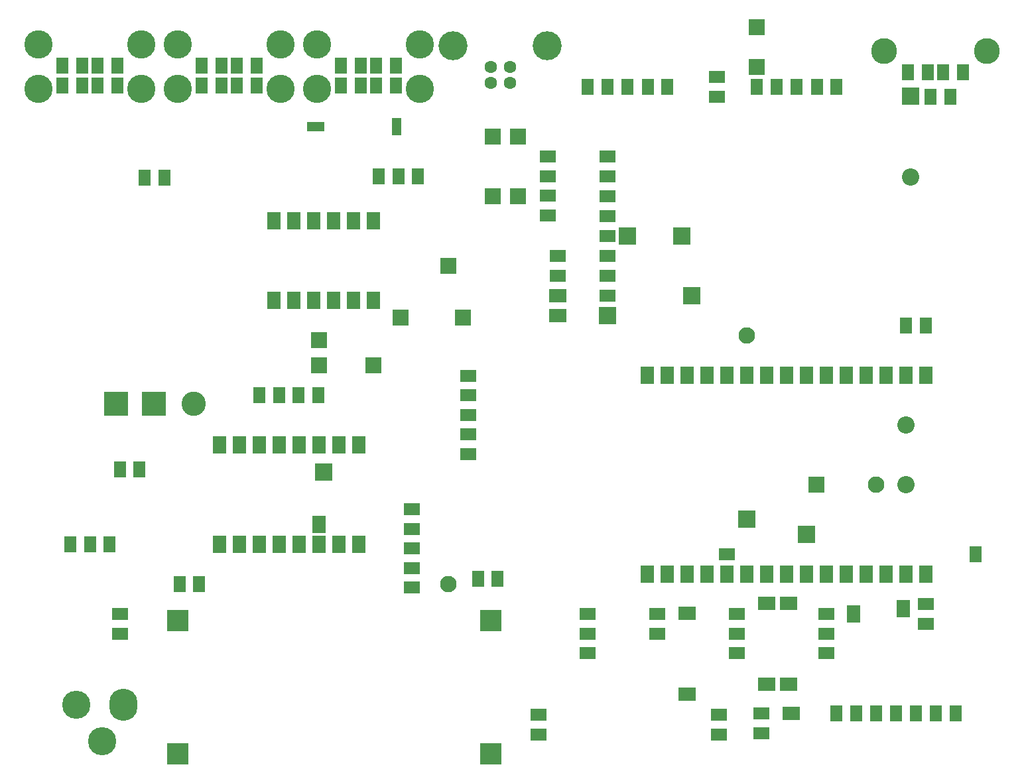
<source format=gbs>
G04 Layer: BottomSolderMaskLayer*
G04 EasyEDA v6.5.47, 2024-11-16 13:31:00*
G04 4b74037932bb4b1ca174142373b6d15f,245894e16db242c49054a459ccc28e09,10*
G04 Gerber Generator version 0.2*
G04 Scale: 100 percent, Rotated: No, Reflected: No *
G04 Dimensions in millimeters *
G04 leading zeros omitted , absolute positions ,4 integer and 5 decimal *
%FSLAX45Y45*%
%MOMM*%

%AMMACRO1*4,1,8,-0.7707,-1.05,-0.8,-1.0207,-0.8,1.0207,-0.7707,1.05,0.7707,1.05,0.8,1.0207,0.8,-1.0207,0.7707,-1.05,-0.7707,-1.05,0*%
%AMMACRO2*4,1,8,-1.5211,-1.5508,-1.5508,-1.521,-1.5508,1.5211,-1.5211,1.5508,1.521,1.5508,1.5508,1.5211,1.5508,-1.521,1.521,-1.5508,-1.5211,-1.5508,0*%
%AMMACRO3*4,1,8,-0.7711,-1.0508,-0.8008,-1.021,-0.8008,1.0211,-0.7711,1.0508,0.771,1.0508,0.8008,1.0211,0.8008,-1.021,0.771,-1.0508,-0.7711,-1.0508,0*%
%AMMACRO4*4,1,8,-1.0207,-0.8,-1.05,-0.7707,-1.05,0.7707,-1.0207,0.8,1.0207,0.8,1.05,0.7707,1.05,-0.7707,1.0207,-0.8,-1.0207,-0.8,0*%
%AMMACRO5*4,1,8,-1.0421,-0.8516,-1.1016,-0.7921,-1.1016,0.7921,-1.0421,0.8516,1.0421,0.8516,1.1016,0.7921,1.1016,-0.7921,1.0421,-0.8516,-1.0421,-0.8516,0*%
%AMMACRO6*4,1,8,-1.0421,-1.1016,-1.1016,-1.0421,-1.1016,1.0421,-1.0421,1.1016,1.0421,1.1016,1.1016,1.0421,1.1016,-1.0421,1.0421,-1.1016,-1.0421,-1.1016,0*%
%AMMACRO7*4,1,8,-1.0421,-0.6016,-1.1016,-0.5421,-1.1016,0.5421,-1.0421,0.6016,1.0421,0.6016,1.1016,0.5421,1.1016,-0.5421,1.0421,-0.6016,-1.0421,-0.6016,0*%
%AMMACRO8*4,1,8,-0.5421,-1.1016,-0.6016,-1.0421,-0.6016,1.0421,-0.5421,1.1016,0.5421,1.1016,0.6016,1.0421,0.6016,-1.0421,0.5421,-1.1016,-0.5421,-1.1016,0*%
%AMMACRO9*4,1,8,-0.7921,-1.1016,-0.8516,-1.0421,-0.8516,1.0421,-0.7921,1.1016,0.7921,1.1016,0.8516,1.0421,0.8516,-1.0421,0.7921,-1.1016,-0.7921,-1.1016,0*%
%AMMACRO10*4,1,8,-1.0211,-0.8008,-1.0508,-0.771,-1.0508,0.7711,-1.0211,0.8008,1.021,0.8008,1.0508,0.7711,1.0508,-0.771,1.021,-0.8008,-1.0211,-0.8008,0*%
%AMMACRO11*4,1,8,-0.771,-1.0508,-0.8008,-1.021,-0.8008,1.0211,-0.771,1.0508,0.771,1.0508,0.8008,1.0211,0.8008,-1.021,0.771,-1.0508,-0.771,-1.0508,0*%
%AMMACRO12*4,1,8,-1.0211,-1.0508,-1.0508,-1.021,-1.0508,1.0211,-1.0211,1.0508,1.021,1.0508,1.0508,1.0211,1.0508,-1.021,1.021,-1.0508,-1.0211,-1.0508,0*%
%AMMACRO13*4,1,8,-1.0207,-1.05,-1.05,-1.0207,-1.05,1.0207,-1.0207,1.05,1.0207,1.05,1.05,1.0207,1.05,-1.0207,1.0207,-1.05,-1.0207,-1.05,0*%
%AMMACRO14*4,1,8,-1.3121,-1.3716,-1.3716,-1.3121,-1.3716,1.3121,-1.3121,1.3716,1.3121,1.3716,1.3716,1.3121,1.3716,-1.3121,1.3121,-1.3716,-1.3121,-1.3716,0*%
%ADD10MACRO1*%
%ADD11C,3.1016*%
%ADD12MACRO2*%
%ADD13MACRO3*%
%ADD14MACRO4*%
%ADD15MACRO5*%
%ADD16MACRO6*%
%ADD17C,2.2032*%
%ADD18MACRO7*%
%ADD19MACRO8*%
%ADD20MACRO9*%
%ADD21MACRO10*%
%ADD22C,1.6016*%
%ADD23C,3.7016*%
%ADD24C,3.3016*%
%ADD25O,3.6000182000000005X4.1000172*%
%ADD26C,3.6000*%
%ADD27MACRO11*%
%ADD28C,3.6016*%
%ADD29C,2.1016*%
%ADD30MACRO12*%
%ADD31MACRO13*%
%ADD32MACRO14*%
%ADD33C,0.0113*%

%LPD*%
D10*
G01*
X1271979Y3810000D03*
G01*
X1521992Y3810000D03*
D11*
G01*
X2209800Y4648200D03*
D12*
G01*
X1701800Y4648200D03*
G01*
X1219200Y4648200D03*
D13*
G01*
X1841501Y7535494D03*
G01*
X1587501Y7535494D03*
D10*
G01*
X2033979Y2349500D03*
G01*
X2283992Y2349500D03*
G01*
X5843979Y2413000D03*
G01*
X6093992Y2413000D03*
D14*
G01*
X5000625Y2302000D03*
G01*
X5000625Y2551987D03*
G01*
X5000625Y2801999D03*
G01*
X5000625Y3052011D03*
G01*
X5000625Y3301998D03*
D15*
G01*
X9810750Y2102511D03*
G01*
X9810750Y1072490D03*
D13*
G01*
X11620501Y8572500D03*
G01*
X11874501Y8572500D03*
D16*
G01*
X11366500Y8579510D03*
D17*
G01*
X11366500Y7549489D03*
D14*
G01*
X9144000Y1464489D03*
G01*
X9144000Y1714501D03*
G01*
X9144000Y1964488D03*
D18*
G01*
X3771247Y8191500D03*
D19*
G01*
X4801268Y8191500D03*
D20*
G01*
X3238500Y6985000D03*
G01*
X3492500Y6985000D03*
G01*
X3746500Y6985000D03*
G01*
X4000500Y6985000D03*
G01*
X4254500Y6985000D03*
G01*
X4508500Y6985000D03*
G01*
X3238500Y5969000D03*
G01*
X3492500Y5969000D03*
G01*
X3746500Y5969000D03*
G01*
X4000500Y5969000D03*
G01*
X4254500Y5969000D03*
G01*
X4508500Y5969000D03*
D21*
G01*
X9461500Y698501D03*
G01*
X9461500Y444501D03*
D14*
G01*
X7493000Y7810498D03*
G01*
X7493000Y7556498D03*
G01*
X7493000Y7302498D03*
G01*
X7493000Y7048498D03*
G01*
X7493000Y6794498D03*
G01*
X7493000Y6540498D03*
G01*
X7493000Y6286498D03*
G01*
X7493000Y6032498D03*
D15*
G01*
X6858000Y5778498D03*
G01*
X6858000Y6032498D03*
D21*
G01*
X6858000Y6286498D03*
G01*
X6858000Y6540498D03*
D22*
G01*
X6252743Y8949740D03*
G01*
X6002756Y8949740D03*
G01*
X6002756Y8749741D03*
G01*
X6252743Y8749741D03*
D23*
G01*
X6729755Y9220733D03*
G01*
X5525744Y9220733D03*
D21*
G01*
X8890000Y8572498D03*
G01*
X8890000Y8826498D03*
G01*
X6617004Y676502D03*
G01*
X6617004Y422502D03*
G01*
X8917000Y676502D03*
G01*
X8917000Y422502D03*
G01*
X11557000Y2095498D03*
G01*
X11557000Y1841498D03*
D10*
G01*
X12034013Y8881440D03*
G01*
X11334014Y8881440D03*
G01*
X11784001Y8881440D03*
G01*
X11584001Y8881440D03*
D24*
G01*
X11027003Y9152559D03*
G01*
X12340996Y9152559D03*
D13*
G01*
X10414000Y8699500D03*
G01*
X10172700Y8699500D03*
G01*
X9906000Y8699500D03*
G01*
X9652000Y8699500D03*
G01*
X9398000Y8699500D03*
G01*
X8255000Y8699500D03*
G01*
X8013700Y8699500D03*
G01*
X7747000Y8699500D03*
G01*
X7493000Y8699500D03*
G01*
X7239000Y8699500D03*
D14*
G01*
X1270000Y1716479D03*
G01*
X1270000Y1966492D03*
D10*
G01*
X3804006Y4762500D03*
G01*
X3553994Y4762500D03*
G01*
X3304007Y4762500D03*
G01*
X3053995Y4762500D03*
D14*
G01*
X7239000Y1464489D03*
G01*
X7239000Y1714501D03*
G01*
X7239000Y1964488D03*
G01*
X8128000Y1716479D03*
G01*
X8128000Y1966492D03*
D15*
G01*
X8509000Y1975511D03*
G01*
X8509000Y945490D03*
D10*
G01*
X5076010Y7556500D03*
G01*
X4825998Y7556500D03*
G01*
X4576014Y7556500D03*
D15*
G01*
X9525000Y2102511D03*
G01*
X9525000Y1072490D03*
D14*
G01*
X10287000Y1464489D03*
G01*
X10287000Y1714501D03*
G01*
X10287000Y1964488D03*
D10*
G01*
X1139010Y2857500D03*
G01*
X888998Y2857500D03*
G01*
X639014Y2857500D03*
D25*
G01*
X1315999Y806500D03*
D26*
G01*
X1040993Y336499D03*
G01*
X716000Y806500D03*
D10*
G01*
X11937998Y698500D03*
G01*
X11683998Y698500D03*
G01*
X11429998Y698500D03*
G01*
X10413998Y698500D03*
G01*
X10667998Y698500D03*
G01*
X10921998Y698500D03*
G01*
X11175998Y698500D03*
D14*
G01*
X5715000Y4008499D03*
G01*
X5715000Y4258486D03*
G01*
X5715000Y4508498D03*
G01*
X5715000Y4758510D03*
G01*
X5715000Y5008497D03*
G01*
X6731000Y7804506D03*
G01*
X6731000Y7554494D03*
G01*
X6731000Y7304507D03*
G01*
X6731000Y7054495D03*
D13*
G01*
X1239036Y8716467D03*
D27*
G01*
X989025Y8716467D03*
D13*
G01*
X789026Y8716467D03*
G01*
X539037Y8716467D03*
G01*
X1239036Y8966479D03*
D27*
G01*
X989025Y8966479D03*
D13*
G01*
X789026Y8966479D03*
G01*
X539037Y8966479D03*
D28*
G01*
X232029Y9237471D03*
G01*
X232029Y8669477D03*
G01*
X1546021Y8669477D03*
G01*
X1546021Y9237471D03*
D13*
G01*
X3017036Y8716467D03*
D27*
G01*
X2767025Y8716467D03*
D13*
G01*
X2567026Y8716467D03*
G01*
X2317037Y8716467D03*
G01*
X3017036Y8966479D03*
D27*
G01*
X2767025Y8966479D03*
D13*
G01*
X2567026Y8966479D03*
G01*
X2317037Y8966479D03*
D28*
G01*
X2010029Y9237471D03*
G01*
X2010029Y8669477D03*
G01*
X3324021Y8669477D03*
G01*
X3324021Y9237471D03*
D13*
G01*
X4795036Y8716467D03*
D27*
G01*
X4545025Y8716467D03*
D13*
G01*
X4345026Y8716467D03*
G01*
X4095037Y8716467D03*
G01*
X4795036Y8966479D03*
D27*
G01*
X4545025Y8966479D03*
D13*
G01*
X4345026Y8966479D03*
G01*
X4095037Y8966479D03*
D28*
G01*
X3788029Y9237471D03*
G01*
X3788029Y8669477D03*
G01*
X5102021Y8669477D03*
G01*
X5102021Y9237471D03*
D13*
G01*
X11557001Y5651500D03*
G01*
X11303001Y5651500D03*
D29*
G01*
X10921009Y3619500D03*
D30*
G01*
X10161015Y3619500D03*
D20*
G01*
X8001001Y5016500D03*
G01*
X8255001Y5016500D03*
G01*
X8509001Y5016500D03*
G01*
X8763001Y5016500D03*
G01*
X9017001Y5016500D03*
G01*
X9271001Y5016500D03*
G01*
X9525001Y5016500D03*
G01*
X9779001Y5016500D03*
G01*
X10033001Y5016500D03*
G01*
X10287001Y5016500D03*
G01*
X10541001Y5016500D03*
G01*
X10795001Y5016500D03*
G01*
X11049001Y5016500D03*
G01*
X11303001Y5016500D03*
G01*
X11557001Y5016500D03*
G01*
X8001001Y2476500D03*
G01*
X8255001Y2476500D03*
G01*
X8509001Y2476500D03*
G01*
X8763001Y2476500D03*
G01*
X9017001Y2476500D03*
G01*
X9271001Y2476500D03*
G01*
X9525001Y2476500D03*
G01*
X9779001Y2476500D03*
G01*
X10033001Y2476500D03*
G01*
X10287001Y2476500D03*
G01*
X10541001Y2476500D03*
G01*
X10795001Y2476500D03*
G01*
X11049001Y2476500D03*
G01*
X11303001Y2476500D03*
G01*
X11557001Y2476500D03*
G01*
X3048026Y4127500D03*
G01*
X2794026Y4127500D03*
G01*
X2540026Y4127500D03*
G01*
X3302026Y4127500D03*
G01*
X3556026Y4127500D03*
G01*
X3810026Y4127500D03*
G01*
X4064026Y4127500D03*
G01*
X4318026Y4127500D03*
G01*
X4318026Y2857500D03*
G01*
X4064026Y2857500D03*
G01*
X3810026Y2857500D03*
G01*
X3556026Y2857500D03*
G01*
X3302026Y2857500D03*
G01*
X3048026Y2857500D03*
G01*
X2794026Y2857500D03*
G01*
X2540026Y2857500D03*
D17*
G01*
X11303000Y4381500D03*
D20*
G01*
X11271248Y2032000D03*
G01*
X10636248Y1968500D03*
D16*
G01*
X10033000Y2984500D03*
G01*
X9271000Y3175000D03*
G01*
X7747000Y6794500D03*
G01*
X8445500Y6794500D03*
D20*
G01*
X3810000Y3111500D03*
D16*
G01*
X3873500Y3778250D03*
D30*
G01*
X5651500Y5746750D03*
G01*
X4857750Y5746750D03*
D29*
G01*
X5461000Y2349500D03*
D30*
G01*
X5461000Y6413500D03*
G01*
X4508500Y5143500D03*
G01*
X3810000Y5143500D03*
D21*
G01*
X9017000Y2730498D03*
D13*
G01*
X12191998Y2730500D03*
D29*
G01*
X9271000Y5524500D03*
D30*
G01*
X3810000Y5461000D03*
D16*
G01*
X8572500Y6032500D03*
G01*
X7493000Y5778500D03*
D31*
G01*
X9398000Y9461500D03*
G01*
X9398000Y8953500D03*
G01*
X6350000Y7302500D03*
G01*
X6032500Y7302500D03*
G01*
X6032500Y8064500D03*
G01*
X6350000Y8064500D03*
D17*
G01*
X11303000Y3619500D03*
D32*
G01*
X2006998Y1882500D03*
G01*
X2006998Y182529D03*
G01*
X6006990Y182504D03*
G01*
X6006990Y1882500D03*
D15*
G01*
X9842489Y698496D03*
M02*

</source>
